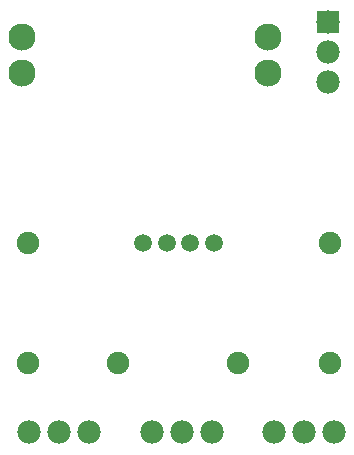
<source format=gbl>
G04 MADE WITH FRITZING*
G04 WWW.FRITZING.ORG*
G04 DOUBLE SIDED*
G04 HOLES PLATED*
G04 CONTOUR ON CENTER OF CONTOUR VECTOR*
%ASAXBY*%
%FSLAX23Y23*%
%MOIN*%
%OFA0B0*%
%SFA1.0B1.0*%
%ADD10C,0.078000*%
%ADD11C,0.075000*%
%ADD12C,0.059055*%
%ADD13C,0.090551*%
%ADD14R,0.078000X0.078000*%
%LNCOPPER0*%
G90*
G70*
G54D10*
X1143Y1542D03*
X1143Y1442D03*
X1143Y1342D03*
G54D11*
X1151Y807D03*
X1151Y407D03*
X444Y405D03*
X844Y405D03*
X143Y807D03*
X143Y407D03*
G54D10*
X1163Y176D03*
X1063Y176D03*
X963Y176D03*
G54D12*
X762Y806D03*
X684Y806D03*
X605Y806D03*
X526Y806D03*
G54D10*
X756Y174D03*
X656Y174D03*
X556Y174D03*
X345Y174D03*
X245Y174D03*
X145Y174D03*
G54D13*
X943Y1372D03*
X942Y1491D03*
X124Y1372D03*
X123Y1491D03*
G54D14*
X1143Y1542D03*
G04 End of Copper0*
M02*
</source>
